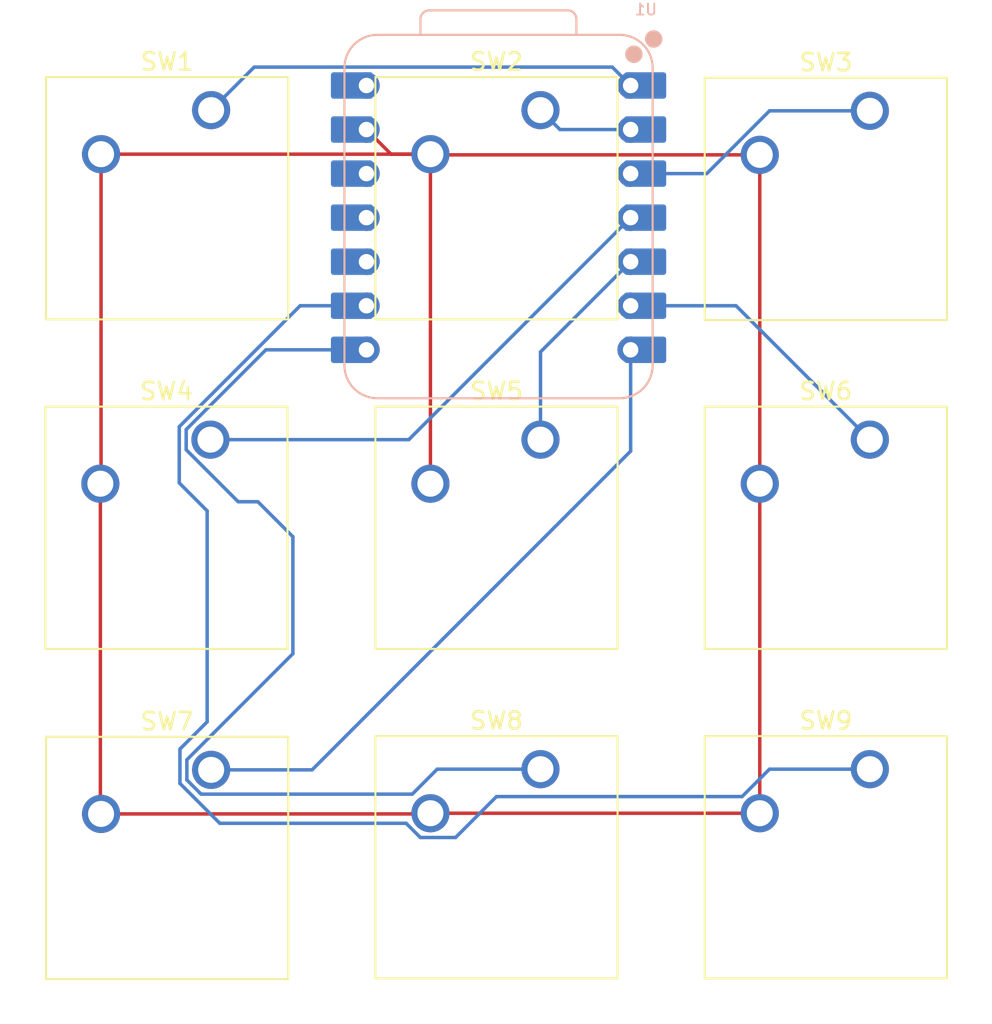
<source format=kicad_pcb>
(kicad_pcb (version 20240108) (generator "pcbnew") (generator_version "8.0")
  (layers (0 "F.Cu" signal) (31 "B.Cu" signal) (34 "B.Paste" user) (35 "F.Paste" user) (36 "B.SilkS" user "B.Silkscreen") (37 "F.SilkS" user "F.Silkscreen") (38 "B.Mask" user) (39 "F.Mask" user) (44 "Edge.Cuts" user))
  (net 0 "")
  (net 1 "GND")
  (net 2 "Net-(U1-PA02_A0_D0)")
  (net 3 "Net-(U1-PA4_A1_D1)")
  (net 4 "Net-(U1-PA10_A2_D2)")
  (net 5 "Net-(U1-PA11_A3_D3)")
  (net 6 "Net-(U1-PA8_A4_D4_SDA)")
  (net 7 "Net-(U1-PA9_A5_D5_SCL)")
  (net 8 "Net-(U1-PB08_A6_D6_TX)")
  (net 9 "Net-(U1-PB09_A7_D7_RX)")
  (net 14 "Net-(U1-PA7_A8_D8_SCK)")
  (footprint "Button_Switch_Keyboard:SW_Cherry_MX_1.00u_PCB" (layer "F.Cu") (at 138.54 92.42)
    (property "Reference" "SW8" (at -2.54 -2.794 0) (layer "F.SilkS"))
    (property "Value" "SW_Push")
    (fp_line (start -9.525 -1.905) (end 4.445 -1.905) (stroke (width 0.12)) (layer "F.SilkS"))
    (fp_line (start -9.525 12.065) (end -9.525 -1.905) (stroke (width 0.12)) (layer "F.SilkS"))
    (fp_line (start 4.445 -1.905) (end 4.445 12.065) (stroke (width 0.12)) (layer "F.SilkS"))
    (fp_line (start 4.445 12.065) (end -9.525 12.065) (stroke (width 0.12)) (layer "F.SilkS"))
    (pad "" np_thru_hole circle (at -7.62 5.08) (size 1.7 1.7) (drill 1.7) (layers "*.Cu" "*.Mask"))
    (pad "" np_thru_hole circle (at -2.54 5.08) (size 4 4) (drill 4) (layers "*.Cu" "*.Mask"))
    (pad "" np_thru_hole circle (at 2.54 5.08) (size 1.7 1.7) (drill 1.7) (layers "*.Cu" "*.Mask"))
    (pad "1" thru_hole circle (at 0 0) (size 2.2 2.2) (drill 1.5) (layers "*.Cu" "*.Mask") (net 9 "Net-(U1-PB09_A7_D7_RX)"))
    (pad "2" thru_hole circle (at -6.35 2.54) (size 2.2 2.2) (drill 1.5) (layers "*.Cu" "*.Mask") (net 1 "GND"))
  )
  (footprint "Button_Switch_Keyboard:SW_Cherry_MX_1.00u_PCB" (layer "F.Cu") (at 157.54 54.46)
    (property "Reference" "SW3" (at -2.54 -2.794 0) (layer "F.SilkS"))
    (property "Value" "SW_Push")
    (fp_line (start -9.525 -1.905) (end 4.445 -1.905) (stroke (width 0.12)) (layer "F.SilkS"))
    (fp_line (start -9.525 12.065) (end -9.525 -1.905) (stroke (width 0.12)) (layer "F.SilkS"))
    (fp_line (start 4.445 -1.905) (end 4.445 12.065) (stroke (width 0.12)) (layer "F.SilkS"))
    (fp_line (start 4.445 12.065) (end -9.525 12.065) (stroke (width 0.12)) (layer "F.SilkS"))
    (pad "" np_thru_hole circle (at -7.62 5.08) (size 1.7 1.7) (drill 1.7) (layers "*.Cu" "*.Mask"))
    (pad "" np_thru_hole circle (at -2.54 5.08) (size 4 4) (drill 4) (layers "*.Cu" "*.Mask"))
    (pad "" np_thru_hole circle (at 2.54 5.08) (size 1.7 1.7) (drill 1.7) (layers "*.Cu" "*.Mask"))
    (pad "1" thru_hole circle (at 0 0) (size 2.2 2.2) (drill 1.5) (layers "*.Cu" "*.Mask") (net 4 "Net-(U1-PA10_A2_D2)"))
    (pad "2" thru_hole circle (at -6.35 2.54) (size 2.2 2.2) (drill 1.5) (layers "*.Cu" "*.Mask") (net 1 "GND"))
  )
  (footprint "Button_Switch_Keyboard:SW_Cherry_MX_1.00u_PCB" (layer "F.Cu") (at 119.5 73.42)
    (property "Reference" "SW4" (at -2.54 -2.794 0) (layer "F.SilkS"))
    (property "Value" "SW_Push")
    (fp_line (start -9.525 -1.905) (end 4.445 -1.905) (stroke (width 0.12)) (layer "F.SilkS"))
    (fp_line (start -9.525 12.065) (end -9.525 -1.905) (stroke (width 0.12)) (layer "F.SilkS"))
    (fp_line (start 4.445 -1.905) (end 4.445 12.065) (stroke (width 0.12)) (layer "F.SilkS"))
    (fp_line (start 4.445 12.065) (end -9.525 12.065) (stroke (width 0.12)) (layer "F.SilkS"))
    (pad "" np_thru_hole circle (at -7.62 5.08) (size 1.7 1.7) (drill 1.7) (layers "*.Cu" "*.Mask"))
    (pad "" np_thru_hole circle (at -2.54 5.08) (size 4 4) (drill 4) (layers "*.Cu" "*.Mask"))
    (pad "" np_thru_hole circle (at 2.54 5.08) (size 1.7 1.7) (drill 1.7) (layers "*.Cu" "*.Mask"))
    (pad "1" thru_hole circle (at 0 0) (size 2.2 2.2) (drill 1.5) (layers "*.Cu" "*.Mask") (net 5 "Net-(U1-PA11_A3_D3)"))
    (pad "2" thru_hole circle (at -6.35 2.54) (size 2.2 2.2) (drill 1.5) (layers "*.Cu" "*.Mask") (net 1 "GND"))
  )
  (footprint "Button_Switch_Keyboard:SW_Cherry_MX_1.00u_PCB" (layer "F.Cu") (at 138.54 54.42)
    (property "Reference" "SW2" (at -2.54 -2.794 0) (layer "F.SilkS"))
    (property "Value" "SW_Push")
    (fp_line (start -9.525 -1.905) (end 4.445 -1.905) (stroke (width 0.12)) (layer "F.SilkS"))
    (fp_line (start -9.525 12.065) (end -9.525 -1.905) (stroke (width 0.12)) (layer "F.SilkS"))
    (fp_line (start 4.445 -1.905) (end 4.445 12.065) (stroke (width 0.12)) (layer "F.SilkS"))
    (fp_line (start 4.445 12.065) (end -9.525 12.065) (stroke (width 0.12)) (layer "F.SilkS"))
    (pad "" np_thru_hole circle (at -7.62 5.08) (size 1.7 1.7) (drill 1.7) (layers "*.Cu" "*.Mask"))
    (pad "" np_thru_hole circle (at -2.54 5.08) (size 4 4) (drill 4) (layers "*.Cu" "*.Mask"))
    (pad "" np_thru_hole circle (at 2.54 5.08) (size 1.7 1.7) (drill 1.7) (layers "*.Cu" "*.Mask"))
    (pad "1" thru_hole circle (at 0 0) (size 2.2 2.2) (drill 1.5) (layers "*.Cu" "*.Mask") (net 3 "Net-(U1-PA4_A1_D1)"))
    (pad "2" thru_hole circle (at -6.35 2.54) (size 2.2 2.2) (drill 1.5) (layers "*.Cu" "*.Mask") (net 1 "GND"))
  )
  (footprint "Button_Switch_Keyboard:SW_Cherry_MX_1.00u_PCB" (layer "F.Cu") (at 119.54 54.42)
    (property "Reference" "SW1" (at -2.54 -2.794 0) (layer "F.SilkS"))
    (property "Value" "SW_Push")
    (fp_line (start -9.525 -1.905) (end 4.445 -1.905) (stroke (width 0.12)) (layer "F.SilkS"))
    (fp_line (start -9.525 12.065) (end -9.525 -1.905) (stroke (width 0.12)) (layer "F.SilkS"))
    (fp_line (start 4.445 -1.905) (end 4.445 12.065) (stroke (width 0.12)) (layer "F.SilkS"))
    (fp_line (start 4.445 12.065) (end -9.525 12.065) (stroke (width 0.12)) (layer "F.SilkS"))
    (pad "" np_thru_hole circle (at -7.62 5.08) (size 1.7 1.7) (drill 1.7) (layers "*.Cu" "*.Mask"))
    (pad "" np_thru_hole circle (at -2.54 5.08) (size 4 4) (drill 4) (layers "*.Cu" "*.Mask"))
    (pad "" np_thru_hole circle (at 2.54 5.08) (size 1.7 1.7) (drill 1.7) (layers "*.Cu" "*.Mask"))
    (pad "1" thru_hole circle (at 0 0) (size 2.2 2.2) (drill 1.5) (layers "*.Cu" "*.Mask") (net 2 "Net-(U1-PA02_A0_D0)"))
    (pad "2" thru_hole circle (at -6.35 2.54) (size 2.2 2.2) (drill 1.5) (layers "*.Cu" "*.Mask") (net 1 "GND"))
  )
  (footprint "Button_Switch_Keyboard:SW_Cherry_MX_1.00u_PCB" (layer "F.Cu") (at 138.54 73.42)
    (property "Reference" "SW5" (at -2.54 -2.794 0) (layer "F.SilkS"))
    (property "Value" "SW_Push")
    (fp_line (start -9.525 -1.905) (end 4.445 -1.905) (stroke (width 0.12)) (layer "F.SilkS"))
    (fp_line (start -9.525 12.065) (end -9.525 -1.905) (stroke (width 0.12)) (layer "F.SilkS"))
    (fp_line (start 4.445 -1.905) (end 4.445 12.065) (stroke (width 0.12)) (layer "F.SilkS"))
    (fp_line (start 4.445 12.065) (end -9.525 12.065) (stroke (width 0.12)) (layer "F.SilkS"))
    (pad "" np_thru_hole circle (at -7.62 5.08) (size 1.7 1.7) (drill 1.7) (layers "*.Cu" "*.Mask"))
    (pad "" np_thru_hole circle (at -2.54 5.08) (size 4 4) (drill 4) (layers "*.Cu" "*.Mask"))
    (pad "" np_thru_hole circle (at 2.54 5.08) (size 1.7 1.7) (drill 1.7) (layers "*.Cu" "*.Mask"))
    (pad "1" thru_hole circle (at 0 0) (size 2.2 2.2) (drill 1.5) (layers "*.Cu" "*.Mask") (net 6 "Net-(U1-PA8_A4_D4_SDA)"))
    (pad "2" thru_hole circle (at -6.35 2.54) (size 2.2 2.2) (drill 1.5) (layers "*.Cu" "*.Mask") (net 1 "GND"))
  )
  (footprint "Button_Switch_Keyboard:SW_Cherry_MX_1.00u_PCB" (layer "F.Cu") (at 119.54 92.46)
    (property "Reference" "SW7" (at -2.54 -2.794 0) (layer "F.SilkS"))
    (property "Value" "SW_Push")
    (fp_line (start -9.525 -1.905) (end 4.445 -1.905) (stroke (width 0.12)) (layer "F.SilkS"))
    (fp_line (start -9.525 12.065) (end -9.525 -1.905) (stroke (width 0.12)) (layer "F.SilkS"))
    (fp_line (start 4.445 -1.905) (end 4.445 12.065) (stroke (width 0.12)) (layer "F.SilkS"))
    (fp_line (start 4.445 12.065) (end -9.525 12.065) (stroke (width 0.12)) (layer "F.SilkS"))
    (pad "" np_thru_hole circle (at -7.62 5.08) (size 1.7 1.7) (drill 1.7) (layers "*.Cu" "*.Mask"))
    (pad "" np_thru_hole circle (at -2.54 5.08) (size 4 4) (drill 4) (layers "*.Cu" "*.Mask"))
    (pad "" np_thru_hole circle (at 2.54 5.08) (size 1.7 1.7) (drill 1.7) (layers "*.Cu" "*.Mask"))
    (pad "1" thru_hole circle (at 0 0) (size 2.2 2.2) (drill 1.5) (layers "*.Cu" "*.Mask") (net 8 "Net-(U1-PB08_A6_D6_TX)"))
    (pad "2" thru_hole circle (at -6.35 2.54) (size 2.2 2.2) (drill 1.5) (layers "*.Cu" "*.Mask") (net 1 "GND"))
  )
  (footprint "Button_Switch_Keyboard:SW_Cherry_MX_1.00u_PCB" (layer "F.Cu") (at 157.54 92.42)
    (property "Reference" "SW9" (at -2.54 -2.794 0) (layer "F.SilkS"))
    (property "Value" "SW_Push")
    (fp_line (start -9.525 -1.905) (end 4.445 -1.905) (stroke (width 0.12)) (layer "F.SilkS"))
    (fp_line (start -9.525 12.065) (end -9.525 -1.905) (stroke (width 0.12)) (layer "F.SilkS"))
    (fp_line (start 4.445 -1.905) (end 4.445 12.065) (stroke (width 0.12)) (layer "F.SilkS"))
    (fp_line (start 4.445 12.065) (end -9.525 12.065) (stroke (width 0.12)) (layer "F.SilkS"))
    (pad "" np_thru_hole circle (at -7.62 5.08) (size 1.7 1.7) (drill 1.7) (layers "*.Cu" "*.Mask"))
    (pad "" np_thru_hole circle (at -2.54 5.08) (size 4 4) (drill 4) (layers "*.Cu" "*.Mask"))
    (pad "" np_thru_hole circle (at 2.54 5.08) (size 1.7 1.7) (drill 1.7) (layers "*.Cu" "*.Mask"))
    (pad "1" thru_hole circle (at 0 0) (size 2.2 2.2) (drill 1.5) (layers "*.Cu" "*.Mask") (net 14 "Net-(U1-PA7_A8_D8_SCK)"))
    (pad "2" thru_hole circle (at -6.35 2.54) (size 2.2 2.2) (drill 1.5) (layers "*.Cu" "*.Mask") (net 1 "GND"))
  )
  (footprint "Button_Switch_Keyboard:SW_Cherry_MX_1.00u_PCB" (layer "F.Cu") (at 157.54 73.42)
    (property "Reference" "SW6" (at -2.54 -2.794 0) (layer "F.SilkS"))
    (property "Value" "SW_Push")
    (fp_line (start -9.525 -1.905) (end 4.445 -1.905) (stroke (width 0.12)) (layer "F.SilkS"))
    (fp_line (start -9.525 12.065) (end -9.525 -1.905) (stroke (width 0.12)) (layer "F.SilkS"))
    (fp_line (start 4.445 -1.905) (end 4.445 12.065) (stroke (width 0.12)) (layer "F.SilkS"))
    (fp_line (start 4.445 12.065) (end -9.525 12.065) (stroke (width 0.12)) (layer "F.SilkS"))
    (pad "" np_thru_hole circle (at -7.62 5.08) (size 1.7 1.7) (drill 1.7) (layers "*.Cu" "*.Mask"))
    (pad "" np_thru_hole circle (at -2.54 5.08) (size 4 4) (drill 4) (layers "*.Cu" "*.Mask"))
    (pad "" np_thru_hole circle (at 2.54 5.08) (size 1.7 1.7) (drill 1.7) (layers "*.Cu" "*.Mask"))
    (pad "1" thru_hole circle (at 0 0) (size 2.2 2.2) (drill 1.5) (layers "*.Cu" "*.Mask") (net 7 "Net-(U1-PA9_A5_D5_SCL)"))
    (pad "2" thru_hole circle (at -6.35 2.54) (size 2.2 2.2) (drill 1.5) (layers "*.Cu" "*.Mask") (net 1 "GND"))
  )
  (footprint "Seeed:XIAO-RP2040-DIP" (layer "B.Cu") (at 136.12 60.62 180)
    (property "Reference" "U1" (at -8.5 12 0) (layer "B.SilkS") (effects (font (size 0.635 0.635) (thickness 0.1016)) (justify mirror)))
    (property "Value" "Seeed Studio XIAO SAMD21")
    (fp_line (start 8.89 8.636) (end 8.89 -8.509) (stroke (width 0.127)) (layer "B.SilkS"))
    (fp_line (start 6.985 -10.414) (end -6.985 -10.414) (stroke (width 0.127)) (layer "B.SilkS"))
    (fp_line (start 4.504 10.541) (end 4.504 11.451) (stroke (width 0.127)) (layer "B.SilkS"))
    (fp_line (start 4.004 11.951) (end -3.991272 11.951) (stroke (width 0.127)) (layer "B.SilkS"))
    (fp_line (start -4.491272 11.451272) (end -4.495 10.541) (stroke (width 0.127)) (layer "B.SilkS"))
    (fp_line (start -6.985 10.541) (end 6.985 10.541) (stroke (width 0.1)) (layer "B.SilkS"))
    (fp_line (start -6.985 10.541) (end 6.985 10.541) (stroke (width 0.127)) (layer "B.SilkS"))
    (fp_line (start -8.89 8.636) (end -8.89 -8.509) (stroke (width 0.127)) (layer "B.SilkS"))
    (fp_arc (start 8.89 8.636) (mid 8.332038 9.983038) (end 6.985 10.541) (stroke (width 0.127)) (layer "B.SilkS"))
    (fp_arc (start 6.985 -10.414) (mid 8.332038 -9.856038) (end 8.89 -8.509) (stroke (width 0.127)) (layer "B.SilkS"))
    (fp_arc (start 4.504 11.451) (mid 4.357553 11.804553) (end 4.004 11.951) (stroke (width 0.127)) (layer "B.SilkS"))
    (fp_arc (start -3.991272 11.951) (mid -4.344724 11.804644) (end -4.491272 11.451272) (stroke (width 0.127)) (layer "B.SilkS"))
    (fp_arc (start -6.985 10.541) (mid -8.332038 9.983038) (end -8.89 8.636) (stroke (width 0.127)) (layer "B.SilkS"))
    (fp_arc (start -8.89 -8.509) (mid -8.332038 -9.856038) (end -6.985 -10.414) (stroke (width 0.127)) (layer "B.SilkS"))
    (fp_circle (center -7.807 9.42) (end -7.807 9.674) (stroke (width 0.5)) (fill solid) (layer "B.SilkS"))
    (fp_circle (center -8.95 10.3) (end -8.95 10.554) (stroke (width 0.5)) (fill solid) (layer "B.SilkS"))
    (pad "1" smd roundrect (at -8.455 7.62) (size 2.432 1.524) (layers "B.Cu" "B.Mask") (roundrect_rratio 0.1) (net 2 "Net-(U1-PA02_A0_D0)"))
    (pad "1" thru_hole circle (at -7.62 7.62) (size 1.524 1.524) (drill 0.889) (layers "*.Cu" "*.Mask") (net 2 "Net-(U1-PA02_A0_D0)"))
    (pad "2" smd roundrect (at -8.455 5.08) (size 2.432 1.524) (layers "B.Cu" "B.Mask") (roundrect_rratio 0.1) (net 3 "Net-(U1-PA4_A1_D1)"))
    (pad "2" thru_hole circle (at -7.62 5.08) (size 1.524 1.524) (drill 0.889) (layers "*.Cu" "*.Mask") (net 3 "Net-(U1-PA4_A1_D1)"))
    (pad "3" smd roundrect (at -8.455 2.54) (size 2.432 1.524) (layers "B.Cu" "B.Mask") (roundrect_rratio 0.1) (net 4 "Net-(U1-PA10_A2_D2)"))
    (pad "3" thru_hole circle (at -7.62 2.54) (size 1.524 1.524) (drill 0.889) (layers "*.Cu" "*.Mask") (net 4 "Net-(U1-PA10_A2_D2)"))
    (pad "4" smd roundrect (at -8.455 0) (size 2.432 1.524) (layers "B.Cu" "B.Mask") (roundrect_rratio 0.1) (net 5 "Net-(U1-PA11_A3_D3)"))
    (pad "4" thru_hole circle (at -7.62 0) (size 1.524 1.524) (drill 0.889) (layers "*.Cu" "*.Mask") (net 5 "Net-(U1-PA11_A3_D3)"))
    (pad "5" smd roundrect (at -8.455 -2.54) (size 2.432 1.524) (layers "B.Cu" "B.Mask") (roundrect_rratio 0.1) (net 6 "Net-(U1-PA8_A4_D4_SDA)"))
    (pad "5" thru_hole circle (at -7.62 -2.54) (size 1.524 1.524) (drill 0.889) (layers "*.Cu" "*.Mask") (net 6 "Net-(U1-PA8_A4_D4_SDA)"))
    (pad "6" smd roundrect (at -8.455 -5.08) (size 2.432 1.524) (layers "B.Cu" "B.Mask") (roundrect_rratio 0.1) (net 7 "Net-(U1-PA9_A5_D5_SCL)"))
    (pad "6" thru_hole circle (at -7.62 -5.08) (size 1.524 1.524) (drill 0.889) (layers "*.Cu" "*.Mask") (net 7 "Net-(U1-PA9_A5_D5_SCL)"))
    (pad "7" smd roundrect (at -8.455 -7.62) (size 2.432 1.524) (layers "B.Cu" "B.Mask") (roundrect_rratio 0.1) (net 8 "Net-(U1-PB08_A6_D6_TX)"))
    (pad "7" thru_hole circle (at -7.62 -7.62) (size 1.524 1.524) (drill 0.889) (layers "*.Cu" "*.Mask") (net 8 "Net-(U1-PB08_A6_D6_TX)"))
    (pad "8" thru_hole circle (at 7.62 -7.62 180) (size 1.524 1.524) (drill 0.889) (layers "*.Cu" "*.Mask") (net 9 "Net-(U1-PB09_A7_D7_RX)"))
    (pad "8" smd roundrect (at 8.455 -7.62 180) (size 2.432 1.524) (layers "B.Cu" "B.Mask") (roundrect_rratio 0.1) (net 9 "Net-(U1-PB09_A7_D7_RX)"))
    (pad "9" thru_hole circle (at 7.62 -5.08 180) (size 1.524 1.524) (drill 0.889) (layers "*.Cu" "*.Mask") (net 14 "Net-(U1-PA7_A8_D8_SCK)"))
    (pad "9" smd roundrect (at 8.455 -5.08 180) (size 2.432 1.524) (layers "B.Cu" "B.Mask") (roundrect_rratio 0.1) (net 14 "Net-(U1-PA7_A8_D8_SCK)"))
    (pad "10" thru_hole circle (at 7.62 -2.54 180) (size 1.524 1.524) (drill 0.889) (layers "*.Cu" "*.Mask"))
    (pad "10" smd roundrect (at 8.455 -2.54 180) (size 2.432 1.524) (layers "B.Cu" "B.Mask") (roundrect_rratio 0.1))
    (pad "11" thru_hole circle (at 7.62 0 180) (size 1.524 1.524) (drill 0.889) (layers "*.Cu" "*.Mask"))
    (pad "11" smd roundrect (at 8.455 0 180) (size 2.432 1.524) (layers "B.Cu" "B.Mask") (roundrect_rratio 0.1))
    (pad "12" thru_hole circle (at 7.62 2.54 180) (size 1.524 1.524) (drill 0.889) (layers "*.Cu" "*.Mask"))
    (pad "12" smd roundrect (at 8.455 2.54 180) (size 2.432 1.524) (layers "B.Cu" "B.Mask") (roundrect_rratio 0.1))
    (pad "13" thru_hole circle (at 7.62 5.08 180) (size 1.524 1.524) (drill 0.889) (layers "*.Cu" "*.Mask") (net 1 "GND"))
    (pad "13" smd roundrect (at 8.455 5.08 180) (size 2.432 1.524) (layers "B.Cu" "B.Mask") (roundrect_rratio 0.1) (net 1 "GND"))
    (pad "14" thru_hole circle (at 7.62 7.62 180) (size 1.524 1.524) (drill 0.889) (layers "*.Cu" "*.Mask"))
    (pad "14" smd roundrect (at 8.455 7.62 180) (size 2.432 1.524) (layers "B.Cu" "B.Mask") (roundrect_rratio 0.1))
  )
  (segment (start 132.19 75.96) (end 132.19 56.96) (width 0.2) (layer "F.Cu") (net 1))
  (segment (start 113.19 56.96) (end 113.19 75.92) (width 0.2) (layer "F.Cu") (net 1))
  (segment (start 132.15 95) (end 132.19 94.96) (width 0.2) (layer "F.Cu") (net 1))
  (segment (start 132.19 56.96) (end 129.92 56.96) (width 0.2) (layer "F.Cu") (net 1))
  (segment (start 151.19 75.96) (end 151.19 57) (width 0.2) (layer "F.Cu") (net 1))
  (segment (start 132.23 57) (end 132.19 56.96) (width 0.2) (layer "F.Cu") (net 1))
  (segment (start 113.19 95) (end 132.15 95) (width 0.2) (layer "F.Cu") (net 1))
  (segment (start 113.19 75.92) (end 113.15 75.96) (width 0.2) (layer "F.Cu") (net 1))
  (segment (start 113.15 75.96) (end 113.15 94.96) (width 0.2) (layer "F.Cu") (net 1))
  (segment (start 129.92 56.96) (end 128.5 55.54) (width 0.2) (layer "F.Cu") (net 1))
  (segment (start 113.15 94.96) (end 113.19 95) (width 0.2) (layer "F.Cu") (net 1))
  (segment (start 151.19 57) (end 132.23 57) (width 0.2) (layer "F.Cu") (net 1))
  (segment (start 132.19 56.96) (end 113.19 56.96) (width 0.2) (layer "F.Cu") (net 1))
  (segment (start 132.19 94.96) (end 151.19 94.96) (width 0.2) (layer "F.Cu") (net 1))
  (segment (start 151.19 94.96) (end 151.19 75.96) (width 0.2) (layer "F.Cu") (net 1))
  (segment (start 143.74 53) (end 142.678 51.938) (width 0.2) (layer "B.Cu") (net 2))
  (segment (start 122.022 51.938) (end 119.54 54.42) (width 0.2) (layer "B.Cu") (net 2))
  (segment (start 142.678 51.938) (end 122.022 51.938) (width 0.2) (layer "B.Cu") (net 2))
  (segment (start 143.74 55.54) (end 139.66 55.54) (width 0.2) (layer "B.Cu") (net 3))
  (segment (start 139.66 55.54) (end 138.54 54.42) (width 0.2) (layer "B.Cu") (net 3))
  (segment (start 148.130101 58.08) (end 151.750101 54.46) (width 0.2) (layer "B.Cu") (net 4))
  (segment (start 143.74 58.08) (end 148.130101 58.08) (width 0.2) (layer "B.Cu") (net 4))
  (segment (start 151.750101 54.46) (end 157.54 54.46) (width 0.2) (layer "B.Cu") (net 4))
  (segment (start 130.94 73.42) (end 119.5 73.42) (width 0.2) (layer "B.Cu") (net 5))
  (segment (start 143.74 60.62) (end 130.94 73.42) (width 0.2) (layer "B.Cu") (net 5))
  (segment (start 138.54 68.36) (end 138.54 73.42) (width 0.2) (layer "B.Cu") (net 6))
  (segment (start 143.74 63.16) (end 138.54 68.36) (width 0.2) (layer "B.Cu") (net 6))
  (segment (start 149.82 65.7) (end 157.54 73.42) (width 0.2) (layer "B.Cu") (net 7))
  (segment (start 143.74 65.7) (end 149.82 65.7) (width 0.2) (layer "B.Cu") (net 7))
  (segment (start 125.363402 92.46) (end 119.54 92.46) (width 0.2) (layer "B.Cu") (net 8))
  (segment (start 143.74 68.24) (end 143.74 74.083402) (width 0.2) (layer "B.Cu") (net 8))
  (segment (start 143.74 74.083402) (end 125.363402 92.46) (width 0.2) (layer "B.Cu") (net 8))
  (segment (start 131.14 93.86) (end 132.58 92.42) (width 0.2) (layer "B.Cu") (net 9))
  (segment (start 121.100101 77) (end 122.237056 77) (width 0.2) (layer "B.Cu") (net 9))
  (segment (start 118.14 93.039899) (end 118.960101 93.86) (width 0.2) (layer "B.Cu") (net 9))
  (segment (start 122.237056 77) (end 124.257157 79.020101) (width 0.2) (layer "B.Cu") (net 9))
  (segment (start 124.257157 85.762944) (end 118.14 91.880101) (width 0.2) (layer "B.Cu") (net 9))
  (segment (start 118.1 73.999899) (end 121.100101 77) (width 0.2) (layer "B.Cu") (net 9))
  (segment (start 118.1 72.840101) (end 118.1 73.999899) (width 0.2) (layer "B.Cu") (net 9))
  (segment (start 118.960101 93.86) (end 131.14 93.86) (width 0.2) (layer "B.Cu") (net 9))
  (segment (start 128.5 68.24) (end 122.700101 68.24) (width 0.2) (layer "B.Cu") (net 9))
  (segment (start 124.257157 79.020101) (end 124.257157 85.762944) (width 0.2) (layer "B.Cu") (net 9))
  (segment (start 118.14 91.880101) (end 118.14 93.039899) (width 0.2) (layer "B.Cu") (net 9))
  (segment (start 122.700101 68.24) (end 118.1 72.840101) (width 0.2) (layer "B.Cu") (net 9))
  (segment (start 132.58 92.42) (end 138.54 92.42) (width 0.2) (layer "B.Cu") (net 9))
  (segment (start 124.674415 65.7) (end 117.7 72.674415) (width 0.2) (layer "B.Cu") (net 14))
  (segment (start 133.64 96.36) (end 136 94) (width 0.2) (layer "B.Cu") (net 14))
  (segment (start 119.31 89.69) (end 117.74 91.26) (width 0.2) (layer "B.Cu") (net 14))
  (segment (start 150.170101 94) (end 151.750101 92.42) (width 0.2) (layer "B.Cu") (net 14))
  (segment (start 120.039899 95.539899) (end 130.79 95.539899) (width 0.2) (layer "B.Cu") (net 14))
  (segment (start 117.7 75.916598) (end 119.31 77.526598) (width 0.2) (layer "B.Cu") (net 14))
  (segment (start 117.74 91.26) (end 117.74 93.24) (width 0.2) (layer "B.Cu") (net 14))
  (segment (start 151.750101 92.42) (end 157.54 92.42) (width 0.2) (layer "B.Cu") (net 14))
  (segment (start 119.31 77.526598) (end 119.31 89.69) (width 0.2) (layer "B.Cu") (net 14))
  (segment (start 117.7 72.674415) (end 117.7 75.916598) (width 0.2) (layer "B.Cu") (net 14))
  (segment (start 136 94) (end 150.170101 94) (width 0.2) (layer "B.Cu") (net 14))
  (segment (start 130.79 95.539899) (end 131.610101 96.36) (width 0.2) (layer "B.Cu") (net 14))
  (segment (start 131.610101 96.36) (end 133.64 96.36) (width 0.2) (layer "B.Cu") (net 14))
  (segment (start 127.665 65.7) (end 124.674415 65.7) (width 0.2) (layer "B.Cu") (net 14))
  (segment (start 117.74 93.24) (end 120.039899 95.539899) (width 0.2) (layer "B.Cu") (net 14))
)
</source>
